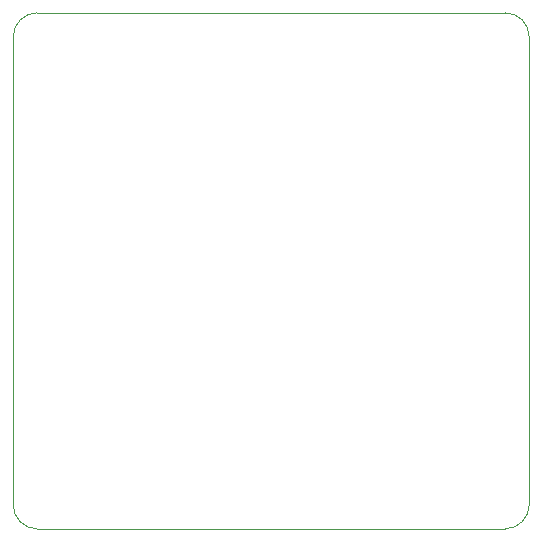
<source format=gbr>
G04 #@! TF.GenerationSoftware,KiCad,Pcbnew,(5.1.5)-3*
G04 #@! TF.CreationDate,2020-02-26T18:40:07+01:00*
G04 #@! TF.ProjectId,minirpi2,6d696e69-7270-4693-922e-6b696361645f,rev?*
G04 #@! TF.SameCoordinates,Original*
G04 #@! TF.FileFunction,Profile,NP*
%FSLAX46Y46*%
G04 Gerber Fmt 4.6, Leading zero omitted, Abs format (unit mm)*
G04 Created by KiCad (PCBNEW (5.1.5)-3) date 2020-02-26 18:40:07*
%MOMM*%
%LPD*%
G04 APERTURE LIST*
%ADD10C,0.050000*%
G04 APERTURE END LIST*
D10*
X180848000Y-37592000D02*
X181356000Y-37592000D01*
X220472000Y-37592000D02*
G75*
G02X222504000Y-39624000I0J-2032000D01*
G01*
X222504000Y-79248000D02*
G75*
G02X220472000Y-81280000I-2032000J0D01*
G01*
X180848000Y-81280000D02*
G75*
G02X178816000Y-79248000I0J2032000D01*
G01*
X178816000Y-39624000D02*
G75*
G02X180848000Y-37592000I2032000J0D01*
G01*
X178816000Y-79248000D02*
X178816000Y-39624000D01*
X220472000Y-81280000D02*
X180848000Y-81280000D01*
X222504000Y-39624000D02*
X222504000Y-79248000D01*
X181356000Y-37592000D02*
X220472000Y-37592000D01*
M02*

</source>
